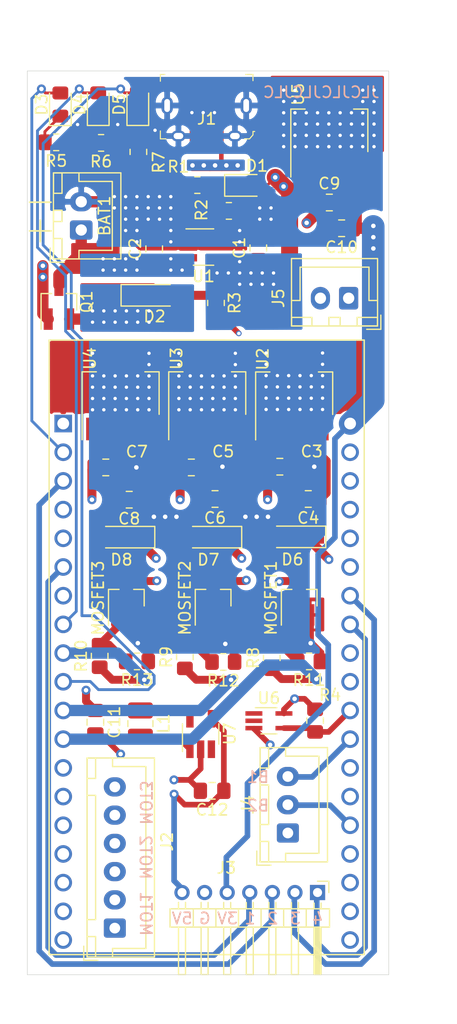
<source format=kicad_pcb>
(kicad_pcb (version 20211014) (generator pcbnew)
  (title_block (title "PCB") (date "2021-10-20") (rev "03"))
  (layers (0 "F.Cu" signal) (1 "In1.Cu" signal) (2 "In2.Cu" signal) (31 "B.Cu" signal) (34 "B.Paste" user) (35 "F.Paste" user) (36 "B.SilkS" user "B.Silkscreen") (37 "F.SilkS" user "F.Silkscreen") (38 "B.Mask" user) (39 "F.Mask" user) (44 "Edge.Cuts" user))
  (net 0 "")
  (net 1 "GND")
  (net 2 "Net-(BAT1-Pad1)")
  (net 3 "Vin")
  (net 4 "Vbat")
  (net 5 "M1_1")
  (net 6 "M2_1")
  (net 7 "M3_1")
  (net 8 "Net-(D1-Pad1)")
  (net 9 "Vout")
  (net 10 "/LED1")
  (net 11 "Net-(D3-Pad1)")
  (net 12 "/LED2")
  (net 13 "Net-(D4-Pad1)")
  (net 14 "/LED3")
  (net 15 "Net-(D5-Pad1)")
  (net 16 "M1_2")
  (net 17 "M2_2")
  (net 18 "M3_2")
  (net 19 "Net-(J1-Pad2)")
  (net 20 "Net-(J1-Pad4)")
  (net 21 "Net-(L1-Pad2)")
  (net 22 "Net-(MOSFET1-Pad1)")
  (net 23 "Net-(MOSFET2-Pad1)")
  (net 24 "Net-(MOSFET3-Pad1)")
  (net 25 "Net-(R1-Pad2)")
  (net 26 "Net-(R2-Pad1)")
  (net 27 "/Ven")
  (net 28 "/PWM1")
  (net 29 "/PWM2")
  (net 30 "/PWM3")
  (net 31 "Net-(U6-Pad2)")
  (net 32 "Net-(U6-Pad1)")
  (net 33 "Net-(U7-Pad5)")
  (net 34 "Net-(U7-Pad3)")
  (net 35 "V5v")
  (net 36 "Sens4")
  (net 37 "Sens3")
  (net 38 "Sens2")
  (net 39 "Sens1")
  (net 40 "But2")
  (net 41 "But1")
  (net 42 "V3v3")
  (footprint "Capacitor_SMD:C_0805_2012Metric_Pad1.18x1.45mm_HandSolder" (layer "F.Cu") (at 109.60862 108.25734 90)
    (fp_text reference "C1")
    (fp_text value "4.7uF")
  )
  (footprint "Capacitor_SMD:C_0805_2012Metric_Pad1.18x1.45mm_HandSolder" (layer "F.Cu") (at 100.39096 108.34116 90)
    (fp_text reference "C2")
    (fp_text value "4.7uF")
  )
  (footprint "Capacitor_SMD:C_0805_2012Metric_Pad1.18x1.45mm_HandSolder" (layer "F.Cu") (at 114.03212 130.48234 180)
    (fp_text reference "C4")
    (fp_text value "4.7uF")
  )
  (footprint "Capacitor_SMD:C_0805_2012Metric_Pad1.18x1.45mm_HandSolder" (layer "F.Cu") (at 103.68162 127.68834)
    (fp_text reference "C5")
    (fp_text value "4.7uF")
  )
  (footprint "Capacitor_SMD:C_0805_2012Metric_Pad1.18x1.45mm_HandSolder" (layer "F.Cu") (at 105.77712 130.48234 180)
    (fp_text reference "C6")
    (fp_text value "4.7uF")
  )
  (footprint "Capacitor_SMD:C_0805_2012Metric_Pad1.18x1.45mm_HandSolder" (layer "F.Cu") (at 96.10462 127.68834)
    (fp_text reference "C7")
    (fp_text value "4.7uF")
  )
  (footprint "Capacitor_SMD:C_0805_2012Metric_Pad1.18x1.45mm_HandSolder" (layer "F.Cu") (at 98.17862 130.54584 180)
    (fp_text reference "C8")
    (fp_text value "4.7uF")
  )
  (footprint "Capacitor_SMD:C_0805_2012Metric_Pad1.18x1.45mm_HandSolder" (layer "F.Cu") (at 115.89766 104.23906)
    (fp_text reference "C9")
    (fp_text value "4.7uF")
  )
  (footprint "Capacitor_SMD:C_0805_2012Metric_Pad1.18x1.45mm_HandSolder" (layer "F.Cu") (at 116.98596 106.51744 180)
    (fp_text reference "C10")
    (fp_text value "4.7uF")
  )
  (footprint "Capacitor_SMD:C_0805_2012Metric_Pad1.18x1.45mm_HandSolder" (layer "F.Cu") (at 95.18142 150.23964 -90)
    (fp_text reference "C11")
    (fp_text value "4.7uF")
  )
  (footprint "Capacitor_SMD:C_0805_2012Metric_Pad1.18x1.45mm_HandSolder" (layer "F.Cu") (at 105.51922 156.31414 180)
    (fp_text reference "C12")
    (fp_text value "22uF")
  )
  (footprint "LED_SMD:LED_0805_2012Metric_Pad1.15x1.40mm_HandSolder" (layer "F.Cu") (at 108.49102 102.72014)
    (fp_text reference "D1")
    (fp_text value "LED")
  )
  (footprint "Nexperia:Nexperia_CFP3_SOD-123W_Handsolder" (layer "F.Cu") (at 100.40874 112.45342)
    (fp_text reference "D2")
    (fp_text value "D_Schottky")
  )
  (footprint "LED_SMD:LED_0805_2012Metric_Pad1.15x1.40mm_HandSolder" (layer "F.Cu") (at 95.43542 95.55734 90)
    (fp_text reference "D4")
    (fp_text value "LED")
  )
  (footprint "LED_SMD:LED_0805_2012Metric_Pad1.15x1.40mm_HandSolder" (layer "F.Cu") (at 98.94062 95.55734 90)
    (fp_text reference "D5")
    (fp_text value "LED")
  )
  (footprint "Nexperia:Nexperia_CFP3_SOD-123W_Handsolder" (layer "F.Cu") (at 105.18902 133.86054 180)
    (fp_text reference "D7")
    (fp_text value "D")
  )
  (footprint "Nexperia:Nexperia_CFP3_SOD-123W_Handsolder" (layer "F.Cu") (at 97.49282 133.86054 180)
    (fp_text reference "D8")
    (fp_text value "D")
  )
  (footprint "digikey-footprints:USB_Micro_B_Female_10118194-0001LF_HandSolder" (layer "F.Cu") (at 105.03662 98.35134 180)
    (fp_text reference "J1")
    (fp_text value "10118194-0001LF" hide)
  )
  (footprint "Connector_JST:JST_XH_B6B-XH-A_1x06_P2.50mm_Vertical" (layer "F.Cu") (at 96.90354 168.46804 90)
    (fp_text reference "J2")
    (fp_text value "Screw_Terminal_01x06")
  )
  (footprint "Inductor_SMD:L_1008_2520Metric_Pad1.43x2.20mm_HandSolder" (layer "F.Cu") (at 99.16922 150.36464 -90)
    (fp_text reference "L1")
    (fp_text value "2.2uH")
  )
  (footprint "Package_TO_SOT_SMD:SOT-23_Handsoldering" (layer "F.Cu") (at 105.60812 139.24534 90)
    (fp_text reference "MOSFET2")
    (fp_text value "IRLML6246TRPBF")
  )
  (footprint "Package_TO_SOT_SMD:SOT-23_Handsoldering" (layer "F.Cu") (at 97.92462 139.24534 90)
    (fp_text reference "MOSFET3")
    (fp_text value "IRLML6246TRPBF")
  )
  (footprint "Resistor_SMD:R_0805_2012Metric_Pad1.20x1.40mm_HandSolder" (layer "F.Cu") (at 104.21112 102.69474 180)
    (fp_text reference "R1")
    (fp_text value "470")
  )
  (footprint "Resistor_SMD:R_0805_2012Metric_Pad1.20x1.40mm_HandSolder" (layer "F.Cu") (at 107.00182 104.98074)
    (fp_text reference "R2")
    (fp_text value "2K")
  )
  (footprint "Resistor_SMD:R_0805_2012Metric_Pad1.20x1.40mm_HandSolder" (layer "F.Cu") (at 105.86212 113.13084 -90)
    (fp_text reference "R3")
    (fp_text value "10K")
  )
  (footprint "Resistor_SMD:R_0805_2012Metric_Pad1.20x1.40mm_HandSolder" (layer "F.Cu") (at 91.71102 98.91014 180)
    (fp_text reference "R5")
    (fp_text value "470")
  )
  (footprint "Resistor_SMD:R_0805_2012Metric_Pad1.20x1.40mm_HandSolder" (layer "F.Cu") (at 95.68942 98.96094 180)
    (fp_text reference "R6")
    (fp_text value "470")
  )
  (footprint "Resistor_SMD:R_0805_2012Metric_Pad1.20x1.40mm_HandSolder" (layer "F.Cu") (at 98.99142 99.75774 90)
    (fp_text reference "R7")
    (fp_text value "470")
  )
  (footprint "Resistor_SMD:R_0805_2012Metric_Pad1.20x1.40mm_HandSolder" (layer "F.Cu") (at 110.80242 144.55394 90)
    (fp_text reference "R8")
    (fp_text value "220")
  )
  (footprint "Resistor_SMD:R_0805_2012Metric_Pad1.20x1.40mm_HandSolder" (layer "F.Cu") (at 103.10622 144.47774 90)
    (fp_text reference "R9")
    (fp_text value "220")
  )
  (footprint "Resistor_SMD:R_0805_2012Metric_Pad1.20x1.40mm_HandSolder" (layer "F.Cu") (at 95.56242 144.37614 90)
    (fp_text reference "R10")
    (fp_text value "220")
  )
  (footprint "Package_TO_SOT_SMD:SOT-223-3_TabPin2" (layer "F.Cu") (at 112.78362 121.14784 90)
    (fp_text reference "U2")
    (fp_text value "AP2114HA-3.3TRG1")
  )
  (footprint "Package_TO_SOT_SMD:SOT-223-3_TabPin2" (layer "F.Cu") (at 97.41662 121.13514 90)
    (fp_text reference "U4")
    (fp_text value "AP2114HA-3.3TRG1")
  )
  (footprint "Nexperia:Nexperia_CFP3_SOD-123W_Handsolder" (layer "F.Cu") (at 112.63122 133.83514 180)
    (fp_text reference "D6")
    (fp_text value "D")
  )
  (footprint "LED_SMD:LED_0805_2012Metric_Pad1.15x1.40mm_HandSolder" (layer "F.Cu") (at 92.08262 95.56634 90)
    (fp_text reference "D3")
    (fp_text value "LED")
  )
  (footprint "Package_TO_SOT_SMD:SOT-23-5_HandSoldering" (layer "F.Cu") (at 104.50322 151.28494 90)
    (fp_text reference "U7")
    (fp_text value "TPS613222ADBV")
  )
  (footprint "ESP32-DEVKITC-32D:MODULE_ESP32-DEVKITC-32D" (layer "F.Cu") (at 105.03662 143.56334)
    (fp_text reference "REF**" hide)
    (fp_text value "MODULE_ESP32-DEVKITC-32D" hide)
  )
  (footprint "Connector_JST:JST_XH_B2B-XH-A_1x02_P2.50mm_Vertical" (layer "F.Cu") (at 117.60708 112.70996 180)
    (fp_text reference "J5")
    (fp_text value "MiniSlideSwitch")
  )
  (footprint "Capacitor_SMD:C_0805_2012Metric_Pad1.18x1.45mm_HandSolder" (layer "F.Cu") (at 111.51362 127.62484)
    (fp_text reference "C3")
    (fp_text value "4.7uF")
  )
  (footprint "Package_TO_SOT_SMD:SOT-23_Handsoldering" (layer "F.Cu") (at 113.22812 139.24534 90)
    (fp_text reference "MOSFET1")
    (fp_text value "IRLML6246TRPBF")
  )
  (footprint "Resistor_SMD:R_0805_2012Metric_Pad1.20x1.40mm_HandSolder" (layer "F.Cu") (at 114.63782 150.10054 -90)
    (fp_text reference "R4")
    (fp_text value "470K")
  )
  (footprint "Package_TO_SOT_SMD:SOT-353_SC-70-5_Handsoldering" (layer "F.Cu") (at 110.54842 150.11654)
    (fp_text reference "U6")
    (fp_text value "LMS33460")
  )
  (footprint "Connector_PinHeader_2.00mm:PinHeader_1x07_P2.00mm_Horizontal" (layer "F.Cu") (at 114.85322 165.31844 -90)
    (fp_text reference "J3")
    (fp_text value "Screw_Terminal_01x07")
  )
  (footprint "Package_TO_SOT_SMD:SOT-23_Handsoldering" (layer "F.Cu") (at 91.95562 113.05794 90)
    (fp_text reference "Q1")
    (fp_text value "PMOS" hide)
  )
  (footprint "Connector_JST:JST_XH_B2B-XH-A_1x02_P2.50mm_Vertical" (layer "F.Cu") (at 93.9292 106.67238 90)
    (fp_text reference "BAT1")
    (fp_text value "Screw_Terminal_01x02")
  )
  (footprint "Package_TO_SOT_SMD:SOT-223-3_TabPin2" (layer "F.Cu") (at 105.08742 121.13514 90)
    (fp_text reference "U3")
    (fp_text value "AP2114HA-3.3TRG1")
  )
  (footprint "Package_TO_SOT_SMD:SOT-23-5_HandSoldering" (layer "F.Cu") (at 104.75722 108.18114)
    (fp_text reference "U1")
    (fp_text value "MCP73831T-2" hide)
  )
  (footprint "Connector_JST:JST_XH_B3B-XH-A_1x03_P2.50mm_Vertical" (layer "F.Cu") (at 112.22482 160.04794 90)
    (fp_text reference "J4")
    (fp_text value "Screw_Terminal_01x03")
  )
  (footprint "Resistor_SMD:R_0805_2012Metric_Pad1.20x1.40mm_HandSolder" (layer "F.Cu") (at 106.50982 144.90954 180)
    (fp_text reference "R12")
    (fp_text value "10K")
  )
  (footprint "Resistor_SMD:R_0805_2012Metric_Pad1.20x1.40mm_HandSolder" (layer "F.Cu") (at 98.86442 144.85874 180)
    (fp_text reference "R13")
    (fp_text value "10K")
  )
  (footprint "Resistor_SMD:R_0805_2012Metric_Pad1.20x1.40mm_HandSolder" (layer "F.Cu") (at 114.10442 144.85874 180)
    (fp_text reference "R11")
    (fp_text value "10K")
  )
  (footprint "Package_TO_SOT_SMD:SOT-223-3_TabPin2" (layer "F.Cu") (at 115.89766 97.87676 90)
    (fp_text reference "U5")
    (fp_text value "AP2114HA-3.3TRG1")
  )
  (gr_line (start 89.15662 92.59334) (end 89.15662 172.59334) (layer "Edge.Cuts") (width 0.05))
  (gr_line (start 121.15662 172.59334) (end 121.15662 92.59334) (layer "Edge.Cuts") (width 0.05))
  (gr_line (start 121.15662 92.59334) (end 89.15662 92.59334) (layer "Edge.Cuts") (width 0.05))
  (gr_line (start 89.15662 172.59334) (end 121.15662 172.59334) (layer "Edge.Cuts") (width 0.05))
  (gr_text "MOT2" (at 99.62388 162.1917 -90) (layer "B.SilkS") (effects (font (size 1 1)) (justify mirror)))
  (gr_text "MOT3" (at 99.64674 157.36316 -90) (layer "B.SilkS") (effects (font (size 1 1)) (justify mirror)))
  (gr_text "3V" (at 106.87558 167.6146) (layer "B.SilkS") (effects (font (size 1 1)) (justify mirror)))
  (gr_text "1" (at 108.86948 167.62222) (layer "B.SilkS") (effects (font (size 1 1)) (justify mirror)))
  (gr_text "2" (at 110.87354 167.62222) (layer "B.SilkS") (effects (font (size 1 1)) (justify mirror)))
  (gr_text "3" (at 112.8776 167.62222) (layer "B.SilkS") (effects (font (size 1 1)) (justify mirror)))
  (gr_text "4" (at 114.8715 167.62222) (layer "B.SilkS") (effects (font (size 1 1)) (justify mirror)))
  (gr_text "G" (at 104.87914 167.61206) (layer "B.SilkS") (effects (font (size 1 1)) (justify mirror)))
  (gr_text "B2" (at 109.57814 157.62224) (layer "B.SilkS") (effects (font (size 1 1)) (justify mirror)))
  (gr_text "JLCJLCJLCJLC" (at 115.18392 94.4753) (layer "B.SilkS") (effects (font (size 1 1)) (justify mirror)))
  (gr_text "MOT1" (at 99.64674 167.19296 270) (layer "B.SilkS") (effects (font (size 1 1)) (justify mirror)))
  (gr_text "5V" (at 102.86746 167.6146) (layer "B.SilkS") (effects (font (size 1 1)) (justify mirror)))
  (gr_text "B1" (at 109.57814 155.09748) (layer "B.SilkS") (effects (font (size 1 1)) (justify mirror)))
  (gr_text "-" (at 90.30462 104.01554) (layer "F.SilkS") (effects (font (size 2.5 2.5))))
  (gr_text "+" (at 90.30462 106.55554) (layer "F.SilkS") (effects (font (size 2.5 2.5))))
  (segment (start 103.72852 96.28124) (end 103.70312 96.25584) (width 0.25) (layer "F.Cu") (net 1))
  (segment (start 105.08742 124.28514) (end 105.08742 122.43054) (width 0.5) (layer "F.Cu") (net 1))
  (segment (start 103.73662 96.28934) (end 103.72852 96.28124) (width 0.25) (layer "F.Cu") (net 1))
  (segment (start 104.71912 130.46184) (end 104.73962 130.48234) (width 1) (layer "F.Cu") (net 1))
  (segment (start 103.73662 98.35134) (end 103.73662 96.28934) (width 0.4) (layer "F.Cu") (net 1))
  (segment (start 103.06922 155.34894) (end 102.14102 155.34894) (width 0.5) (layer "F.Cu") (net 1))
  (segment (start 115.89766 101.02676) (end 115.89766 102.47656) (width 1) (layer "F.Cu") (net 1))
  (segment (start 97.41662 127.41384) (end 97.14212 127.68834) (width 1) (layer "F.Cu") (net 1))
  (segment (start 106.55812 140.74534) (end 106.55812 143.17984) (width 0.7) (layer "F.Cu") (net 1))
  (segment (start 100.46462 99.28454) (end 98.99142 100.75774) (width 0.25) (layer "F.Cu") (net 1))
  (segment (start 97.14212 124.61084) (end 97.41662 124.33634) (width 0.5) (layer "F.Cu") (net 1))
  (segment (start 115.89766 102.47656) (end 116.93516 103.51406) (width 1) (layer "F.Cu") (net 1))
  (segment (start 100.46462 97.84334) (end 100.46462 99.28454) (width 0.25) (layer "F.Cu") (net 1))
  (segment (start 95.18142 151.27714) (end 95.18142 151.48814) (width 0.5) (layer "F.Cu") (net 1))
  (segment (start 105.03662 124.33634) (end 105.03662 127.37084) (width 0.8) (layer "F.Cu") (net 1))
  (segment (start 104.50322 152.63494) (end 104.50322 154.36224) (width 0.5) (layer "F.Cu") (net 1))
  (segment (start 104.71912 127.68834) (end 104.71912 130.46184) (width 0.8) (layer "F.Cu") (net 1))
  (segment (start 104.50322 154.36224) (end 103.51652 155.34894) (width 0.5) (layer "F.Cu") (net 1))
  (segment (start 106.43362 127.62484) (end 104.78262 127.62484) (width 0.5) (layer "F.Cu") (net 1))
  (segment (start 95.63082 151.27714) (end 97.41662 153.06294) (width 0.5) (layer "F.Cu") (net 1))
  (segment (start 114.17812 140.74534) (end 114.17812 143.17984) (width 0.7) (layer "F.Cu") (net 1))
  (segment (start 115.10442 144.85874) (end 115.10442 144.10614) (width 0.7) (layer "F.Cu") (net 1))
  (segment (start 98.87462 143.17984) (end 98.94062 143.24584) (width 0.5) (layer "F.Cu") (net 1))
  (segment (start 109.229121 150.816541) (end 109.21842 150.816541) (width 0.5) (layer "F.Cu") (net 1))
  (segment (start 93.9292 104.17238) (end 96.79876 104.17238) (width 1) (layer "F.Cu") (net 1))
  (segment (start 116.93516 104.23906) (end 116.93516 104.96406) (width 0.8) (layer "F.Cu") (net 1))
  (segment (start 110.65764 152.24506) (end 109.229121 150.816541) (width 0.5) (layer "F.Cu") (net 1))
  (segment (start 103.36912 108.19384) (end 103.36912 108.14385) (width 0.5) (layer "F.Cu") (net 1))
  (segment (start 103.51652 155.34894) (end 104.48172 156.31414) (width 0.5) (layer "F.Cu") (net 1))
  (segment (start 98.87462 140.74534) (end 98.87462 143.17984) (width 0.7) (layer "F.Cu") (net 1))
  (segment (start 112.55112 127.62484) (end 112.55112 130.03884) (width 0.7) (layer "F.Cu") (net 1))
  (segment (start 116.96056 104.26446) (end 116.93516 104.23906) (width 0.8) (layer "F.Cu") (net 1))
  (segment (start 97.41662 124.33634) (end 97.41662 127.41384) (width 0.8) (layer "F.Cu") (net 1))
  (segment (start 97.16262 98.48774) (end 96.68942 98.96094) (width 0.25) (layer "F.Cu") (net 1))
  (segment (start 105.86212 114.13084) (end 106.18572 114.13084) (width 0.5) (layer "F.Cu") (net 1))
  (segment (start 112.78362 127.39234) (end 112.55112 127.62484) (width 1) (layer "F.Cu") (net 1))
  (segment (start 99.86442 144.85874) (end 99.86442 144.16964) (width 0.7) (layer "F.Cu") (net 1))
  (segment (start 114.56162 127.62484) (end 112.55112 127.62484) (width 0.5) (layer "F.Cu") (net 1))
  (segment (start 112.55112 130.03884) (end 112.99462 130.48234) (width 0.7) (layer "F.Cu") (net 1))
  (segment (start 97.14112 130.54584) (end 97.14112 127.68934) (width 0.8) (layer "F.Cu") (net 1))
  (segment (start 104.47782 156.56424) (end 104.48172 156.56814) (width 0.5) (layer "F.Cu") (net 1))
  (segment (start 105.03662 127.37084) (end 104.71912 127.68834) (width 1) (layer "F.Cu") (net 1))
  (segment (start 116.93516 104.96406) (end 115.94846 105.95076) (width 0.8) (layer "F.Cu") (net 1))
  (segment (start 93.60662 98.01454) (end 92.71102 98.91014) (width 0.25) (layer "F.Cu") (net 1))
  (segment (start 97.41662 124.28514) (end 97.41662 122.43054) (width 0.5) (layer "F.Cu") (net 1))
  (segment (start 112.78362 130.27134) (end 112.99462 130.48234) (width 0.5) (layer "F.Cu") (net 1))
  (segment (start 104.78262 127.62484) (end 104.71912 127.68834) (width 0.5) (layer "F.Cu") (net 1))
  (segment (start 114.17812 143.17984) (end 114.24412 143.24584) (width 0.5) (layer "F.Cu") (net 1))
  (segment (start 103.73662 96.28934) (end 105.79402 96.28934) (width 0.7) (layer "F.Cu") (net 1))
  (segment (start 116.93516 103.51406) (end 116.93516 104.23906) (width 1) (layer "F.Cu") (net 1))
  (segment (start 102.14102 155.34894) (end 103.51652 155.34894) (width 0.5) (layer "F.Cu") (net 1))
  (segment (start 115.10442 144.10614) (end 114.24412 143.24584) (width 0.7) (layer "F.Cu") (net 1))
  (segment (start 107.50982 144.90954) (end 107.50982 144.13154) (width 0.7) (layer "F.Cu") (net 1))
  (segment (start 115.89766 101.02676) (end 115.89766 99.33738) (width 1) (layer "F.Cu") (net 1))
  (segment (start 97.16262 97.33534) (end 97.16262 98.48774) (width 0.25) (layer "F.Cu") (net 1))
  (segment (start 98.81362 127.68834) (end 97.14212 127.68834) (width 0.5) (layer "F.Cu") (net 1))
  (segment (start 93.60662 97.33534) (end 93.60662 98.01454) (width 0.25) (layer "F.Cu") (net 1))
  (segment (start 99.86442 144.16964) (end 98.94062 143.24584) (width 0.7) (layer "F.Cu") (net 1))
  (segment (start 112.78362 124.29784) (end 112.78362 127.39234) (width 0.8) (layer "F.Cu") (net 1))
  (segment (start 97.14112 127.68934) (end 97.14212 127.68834) (width 0.25) (layer "F.Cu") (net 1))
  (segment (start 107.50982 144.13154) (end 106.68762 143.30934) (width 0.7) (layer "F.Cu") (net 1))
  (segment (start 95.18142 151.27714) (end 95.63082 151.27714) (width 0.5) (layer "F.Cu") (net 1))
  (segment (start 115.89766 99.33738) (end 115.85422 99.29394) (width 1) (layer "F.Cu") (net 1))
  (segment (start 106.18572 114.13084) (end 107.88142 115.82654) (width 0.5) (layer "F.Cu") (net 1))
  (segment (start 106.55812 143.17984) (end 106.68762 143.30934) (width 0.5) (layer "F.Cu") (net 1))
  (segment (start 112.78362 124.29784) (end 112.78362 122.27814) (width 0.5) (layer "F.Cu") (net 1))
  (segment (start 104.50322 156.54664) (end 104.48172 156.56814) (width 0.5) (layer "F.Cu") (net 1))
  (via (at 106.43362 127.62484) (size 0.8) (drill 0.4) (layers "F.Cu" "B.Cu") (net 1))
  (via (at 110.65764 152.24506) (size 0.8) (drill 0.4) (layers "F.Cu" "B.Cu") (net 1))
  (via (at 97.86162 103.71734) (size 0.5) (drill 0.3) (layers "F.Cu" "B.Cu") (net 1))
  (via (at 96.86162 103.71734) (size 0.5) (drill 0.3) (layers "F.Cu" "B.Cu") (net 1))
  (via (at 97.86162 104.71734) (size 0.5) (drill 0.3) (layers "F.Cu" "B.Cu") (net 1))
  (via (at 96.86162 104.71734) (size 0.5) (drill 0.3) (layers "F.Cu" "B.Cu") (net 1))
  (via (at 98.86162 104.71734) (size 0.5) (drill 0.3) (layers "F.Cu" "B.Cu") (net 1))
  (via (at 99.86162 105.71734) (size 0.5) (drill 0.3) (layers "F.Cu" "B.Cu") (net 1))
  (via (at 98.86162 103.71734) (size 0.5) (drill 0.3) (layers "F.Cu" "B.Cu") (net 1))
  (via (at 100.86162 103.71734) (size 0.5) (drill 0.3) (layers "F.Cu" "B.Cu") (net 1))
  (via (at 97.86162 105.71734) (size 0.5) (drill 0.3) (layers "F.Cu" "B.Cu") (net 1))
  (via (at 99.86162 103.71734) (size 0.5) (drill 0.3) (layers "F.Cu" "B.Cu") (net 1))
  (via (at 100.86162 105.71734) (size 0.5) (drill 0.3) (layers "F.Cu" "B.Cu") (net 1))
  (via (at 100.86162 104.71734) (size 0.5) (drill 0.3) (layers "F.Cu" "B.Cu") (net 1))
  (via (at 101.86162 103.71734) (size 0.5) (drill 0.3) (layers "F.Cu" "B.Cu") (net 1))
  (via (at 101.86162 104.71734) (size 0.5) (drill 0.3) (layers "F.Cu" "B.Cu") (net 1))
  (via (at 99.86162 104.71734) (size 0.5) (drill 0.3) (layers "F.Cu" "B.Cu") (net 1))
  (via (at 101.86162 105.71734) (size 0.5) (drill 0.3) (layers "F.Cu" "B.Cu") (net 1))
  (via (at 101.86162 106.71734) (size 0.5) (drill 0.3) (layers "F.Cu" "B.Cu") (net 1))
  (via (at 101.86162 107.71734) (size 0.5) (drill 0.3) (layers "F.Cu" "B.Cu") (net 1))
  (via (at 107.95762 107.71734) (size 0.5) (drill 0.3) (layers "F.Cu" "B.Cu") (net 1))
  (via (at 107.95762 106.71734) (size 0.5) (drill 0.3) (layers "F.Cu" "B.Cu") (net 1))
  (via (at 109.73562 105.71734) (size 0.5) (drill 0.3) (layers "F.Cu" "B.Cu") (net 1))
  (via (at 110.73562 105.71734) (size 0.5) (drill 0.3) (layers "F.Cu" "B.Cu") (net 1))
  (via (at 109.73562 104.71734) (size 0.5) (drill 0.3) (layers "F.Cu" "B.Cu") (net 1))
  (via (at 110.73562 104.71734) (size 0.5) (drill 0.3) (layers "F.Cu" "B.Cu") (net 1))
  (via (at 114.29822 119.56034) (size 0.5) (drill 0.3) (layers "F.Cu" "B.Cu") (net 1))
  (via (at 113.29822 119.56034) (size 0.5) (drill 0.3) (layers "F.Cu" "B.Cu") (net 1))
  (via (at 112.29822 119.56034) (size 0.5) (drill 0.3) (layers "F.Cu" "B.Cu") (net 1))
  (via (at 111.29822 119.56034) (size 0.5) (drill 0.3) (layers "F.Cu" "B.Cu") (net 1))
  (via (at 110.29822 119.56034) (size 0.5) (drill 0.3) (layers "F.Cu" "B.Cu") (net 1))
  (via (at 115.29822 120.56034) (size 0.5) (drill 0.3) (layers "F.Cu" "B.Cu") (net 1))
  (via (at 114.29822 120.56034) (size 0.5) (drill 0.3) (layers "F.Cu" "B.Cu") (net 1))
  (via (at 113.29822 120.56034) (size 0.5) (drill 0.3) (layers "F.Cu" "B.Cu") (net 1))
  (via (at 112.29822 120.56034) (size 0.5) (drill 0.3) (layers "F.Cu" "B.Cu") (net 1))
  (via (at 111.29822 120.56034) (size 0.5) (drill 0.3) (layers "F.Cu" "B.Cu") (net 1))
  (via (at 110.29822 120.56034) (size 0.5) (drill 0.3) (layers "F.Cu" "B.Cu") (net 1))
  (via (at 115.29822 121.56034) (size 0.5) (drill 0.3) (layers "F.Cu" "B.Cu") (net 1))
  (via (at 114.29822 121.56034) (size 0.5) (drill 0.3) (layers "F.Cu" "B.Cu") (net 1))
  (via (at 113.29822 121.56034) (size 0.5) (drill 0.3) (layers "F.Cu" "B.Cu") (net 1))
  (via (at 112.29822 121.56034) (size 0.5) (drill 0.3) (layers "F.Cu" "B.Cu") (net 1))
  (via (at 111.29822 121.56034) (size 0.5) (drill 0.3) (layers "F.Cu" "B.Cu") (net 1))
  (via (at 110.29822 121.56034) (size 0.5) (drill 0.3) (layers "F.Cu" "B.Cu") (net 1))
  (via (at 115.29822 122.56034) (size 0.5) (drill 0.3) (layers "F.Cu" "B.Cu") (net 1))
  (via (at 114.29822 122.56034) (size 0.5) (drill 0.3) (layers "F.Cu" "B.Cu") (net 1))
  (via (at 113.29822 122.56034) (size 0.5) (drill 0.3) (layers "F.Cu" "B.Cu") (net 1))
  (via (at 112.29822 122.56034) (size 0.5) (drill 0.3) (layers "F.Cu" "B.Cu") (net 1))
  (via (at 111.29822 122.56034) (size 0.5) (drill 0.3) (layers "F.Cu" "B.Cu") (net 1))
  (via (at 110.29822 122.56034) (size 0.5) (drill 0.3) (layers "F.Cu" "B.Cu") (net 1))
  (via (at 99.93122 119.58574) (size 0.5) (drill 0.3) (layers "F.Cu" "B.Cu") (net 1))
  (via (at 98.93122 119.58574) (size 0.5) (drill 0.3) (layers "F.Cu" "B.Cu") (net 1))
  (via (at 97.93122 119.58574) (size 0.5) (drill 0.3) (layers "F.Cu" "B.Cu") (net 1))
  (via (at 96.93122 119.58574) (size 0.5) (drill 0.3) (layers "F.Cu" "B.Cu") (net 1))
  (via (at 95.93122 119.58574) (size 0.5) (drill 0.3) (layers "F.Cu" "B.Cu") (net 1))
  (via (at 94.93122 119.58574) (size 0.5) (drill 0.3) (layers "F.Cu" "B.Cu") (net 1))
  (via (at 99.93122 120.58574) (size 0.5) (drill 0.3) (layers "F.Cu" "B.Cu") (net 1))
  (via (at 98.93122 120.58574) (size 0.5) (drill 0.3) (layers "F.Cu" "B.Cu") (net 1))
  (via (at 97.93122 120.58574) (size 0.5) (drill 0.3) (layers "F.Cu" "B.Cu") (net 1))
  (via (at 96.93122 120.58574) (size 0.5) (drill 0.3) (layers "F.Cu" "B.Cu") (net 1))
  (via (at 95.93122 120.58574) (size 0.5) (drill 0.3) (layers "F.Cu" "B.Cu") (net 1))
  (via (at 94.93122 120.58574) (size 0.5) (drill 0.3) (layers "F.Cu" "B.Cu") (net 1))
  (via (at 99.93122 121.58574) (size 0.5) (drill 0.3) (layers "F.Cu" "B.Cu") (net 1))
  (via (at 98.93122 121.58574) (size 0.5) (drill 0.3) (layers "F.Cu" "B.Cu") (net 1))
  (via (at 97.93122 121.58574) (size 0.5) (drill 0.3) (layers "F.Cu" "B.Cu") (net 1))
  (via (at 96.93122 121.58574) (size 0.5) (drill 0.3) (layers "F.Cu" "B.Cu") (net 1))
  (via (at 95.93122 121.58574) (size 0.5) (drill 0.3) (layers "F.Cu" "B.Cu") (net 1))
  (via (at 94.93122 121.58574) (size 0.5) (drill 0.3) (layers "F.Cu" "B.Cu") (net 1))
  (via (at 99.93122 122.58574) (size 0.5) (drill 0.3) (layers "F.Cu" "B.Cu") (net 1))
  (via (at 98.93122 122.58574) (size 0.5) (drill 0.3) (layers "F.Cu" "B.Cu") (net 1))
  (via (at 97.93122 122.58574) (size 0.5) (drill 0.3) (layers "F.Cu" "B.Cu") (net 1))
  (via (at 96.93122 122.58574) (size 0.5) (drill 0.3) (layers "F.Cu" "B.Cu") (net 1))
  (via (at 95.93122 122.58574) (size 0.5) (drill 0.3) (layers "F.Cu" "B.Cu") (net 1))
  (via (at 94.93122 122.58574) (size 0.5) (drill 0.3) (layers "F.Cu" "B.Cu") (net 1))
  (via (at 104.72852 96.28124) (size 0.5) (drill 0.3) (layers "F.Cu" "B.Cu") (net 1))
  (via (at 105.72852 96.28124) (size 0.5) (drill 0.3) (layers "F.Cu" "B.Cu") (net 1))
  (via (at 112.85422 94.29394) (size 0.5) (drill 0.3) (layers "F.Cu" "B.Cu") (net 1))
  (via (at 111.85422 94.29394) (size 0.5) (drill 0.3) (layers "F.Cu" "B.Cu") (net 1))
  (via (at 112.85422 95.29394) (size 0.5) (drill 0.3) (layers "F.Cu" "B.Cu") (net 1))
  (via (at 111.85422 96.29394) (size 0.5) (drill 0.3) (layers "F.Cu" "B.Cu") (net 1))
  (via (at 111.85422 95.29394) (size 0.5) (drill 0.3) (layers "F.Cu" "B.Cu") (net 1))
  (via (at 111.85422 99.29394) (size 0.5) (drill 0.3) (layers "F.Cu" "B.Cu") (net 1))
  (via (at 118.85422 98.29394) (size 0.5) (drill 0.3) (layers "F.Cu" "B.Cu") (net 1))
  (via (at 119.85422 98.29394) (size 0.5) (drill 0.3) (layers "F.Cu" "B.Cu") (net 1))
  (via (at 118.85422 97.29394) (size 0.5) (drill 0.3) (layers "F.Cu" "B.Cu") (net 1))
  (via (at 119.85422 97.29394) (size 0.5) (drill 0.3) (layers "F.Cu" "B.Cu") (net 1))
  (via (at 118.85422 99.29394) (size 0.5) (drill 0.3) (layers "F.Cu" "B.Cu") (net 1))
  (via (at 119.85422 99.29394) (size 0.5) (drill 0.3) (layers "F.Cu" "B.Cu") (net 1))
  (via (at 112.85422 97.29394) (size 0.5) (drill 0.3) (layers "F.Cu" "B.Cu") (net 1))
  (via (at 111.85422 98.29394) (size 0.5) (drill 0.3) (layers "F.Cu" "B.Cu") (net 1))
  (via (at 111.85422 97.29394) (size 0.5) (drill 0.3) (layers "F.Cu" "B.Cu") (net 1))
  (via (at 112.85422 98.29394) (size 0.5) (drill 0.3) (layers "F.Cu" "B.Cu") (net 1))
  (via (at 119.85422 95.29394) (size 0.5) (drill 0.3) (layers "F.Cu" "B.Cu") (net 1))
  (via (at 119.85422 96.29394) (size 0.5) (drill 0.3) (layers "F.Cu" "B.Cu") (net 1))
  (via (at 118.85422 95.29394) (size 0.5) (drill 0.3) (layers "F.Cu" "B.Cu") (net 1))
  (via (at 112.85422 99.29394) (size 0.5) (drill 0.3) (layers "F.Cu" "B.Cu") (net 1))
  (via (at 118.85422 94.29394) (size 0.5) (drill 0.3) (layers "F.Cu" "B.Cu") (net 1))
  (via (at 119.85422 94.29394) (size 0.5) (drill 0.3) (layers "F.Cu" "B.Cu") (net 1))
  (via (at 117.85422 96.29394) (size 0.5) (drill 0.3) (layers "F.Cu" "B.Cu") (net 1))
  (via (at 116.85422 96.29394) (size 0.5) (drill 0.3) (layers "F.Cu" "B.Cu") (net 1))
  (via (at 115.85422 96.29394) (size 0.5) (drill 0.3) (layers "F.Cu" "B.Cu") (net 1))
  (via (at 114.85422 96.29394) (size 0.5) (drill 0.3) (layers "F.Cu" "B.Cu") (net 1))
  (via (at 113.85422 96.29394) (size 0.5) (drill 0.3) (layers "F.Cu" "B.Cu") (net 1))
  (via (at 118.85422 96.29394) (size 0.5) (drill 0.3) (layers "F.Cu" "B.Cu") (net 1))
  (via (at 115.85422 97.29394) (size 0.5) (drill 0.3) (layers "F.Cu" "B.Cu") (net 1))
  (via (at 113.85422 97.29394) (size 0.5) (drill 0.3) (layers "F.Cu" "B.Cu") (net 1))
  (via (at 114.85422 97.29394) (size 0.5) (drill 0.3) (layers "F.Cu" "B.Cu") (net 1))
  (via (at 112.85422 96.29394) (size 0.5) (drill 0.3) (layers "F.Cu" "B.Cu") (net 1))
  (via (at 117.85422 97.29394) (size 0.5) (drill 0.3) (layers "F.Cu" "B.Cu") (net 1))
  (via (at 116.85422 97.29394) (size 0.5) (drill 0.3) (layers "F.Cu" "B.Cu") (net 1))
  (via (at 116.85422 98.29394) (size 0.5) (drill 0.3) (layers "F.Cu" "B.Cu") (net 1))
  (via (at 115.85422 98.29394) (size 0.5) (drill 0.3) (layers "F.Cu" "B.Cu") (net 1))
  (via (at 114.85422 98.29394) (size 0.5) (drill 0.3) (layers "F.Cu" "B.Cu") (net 1))
  (via (at 113.85422 98.29394) (size 0.5) (drill 0.3) (layers "F.Cu" "B.Cu") (net 1))
  (via (at 117.85422 98.29394) (size 0.5) (drill 0.3) (layers "F.Cu" "B.Cu") (net 1))
  (via (at 114.85422 99.29394) (size 0.5) (drill 0.3) (layers "F.Cu" "B.Cu") (net 1))
  (via (at 113.85422 99.29394) (size 0.5) (drill 0.3) (layers "F.Cu" "B.Cu") (net 1))
  (via (at 116.85422 99.29394) (size 0.5) (drill 0.3) (layers "F.Cu" "B.Cu") (net 1))
  (via (at 115.85422 99.29394) (size 0.5) (drill 0.3) (layers "F.Cu" "B.Cu") (net 1))
  (via (at 117.85422 99.29394) (size 0.5) (drill 0.3) (layers "F.Cu" "B.Cu") (net 1))
  (via (at 102.36302 132.05714) (size 0.8) (drill 0.4) (layers "F.Cu" "B.Cu") (net 1))
  (via (at 101.36302 132.05714) (size 0.8) (drill 0.4) (layers "F.Cu" "B.Cu") (net 1))
  (via (at 100.36302 132.05714) (size 0.8) (drill 0.4) (layers "F.Cu" "B.Cu") (net 1))
  (via (at 108.46562 132.05714) (size 0.8) (drill 0.4) (layers "F.Cu" "B.Cu") (net 1))
  (via (at 110.46562 132.05714) (size 0.8) (drill 0.4) (layers "F.Cu" "B.Cu") (net 1))
  (via (at 109.46562 132.05714) (size 0.8) (drill 0.4) (layers "F.Cu" "B.Cu") (net 1))
  (via (at 107.57662 118.58574) (size 0.5) (drill 0.3) (layers "F.Cu" "B.Cu") (net 1))
  (via (at 102.57662 117.58574) (size 0.5) (drill 0.3) (layers "F.Cu" "B.Cu") (net 1))
  (via (at 102.57662 118.58574) (size 0.5) (drill 0.3) (layers "F.Cu" "B.Cu") (net 1))
  (via (at 107.57662 117.58574) (size 0.5) (drill 0.3) (layers "F.Cu" "B.Cu") (net 1))
  (via (at 106.57662 119.58574) (size 0.5) (drill 0.3) (layers "F.Cu" "B.Cu") (net 1))
  (via (at 105.57662 119.58574) (size 0.5) (drill 0.3) (layers "F.Cu" "B.Cu") (net 1))
  (via (at 104.57662 119.58574) (size 0.5) (drill 0.3) (layers "F.Cu" "B.Cu") (net 1))
  (via (at 107.57662 119.58574) (size 0.5) (drill 0.3) (layers "F.Cu" "B.Cu") (net 1))
  (via (at 105.57662 120.58574) (size 0.5) (drill 0.3) (layers "F.Cu" "B.Cu") (net 1))
  (via (at 103.57662 120.58574) (size 0.5) (drill 0.3) (layers "F.Cu" "B.Cu") (net 1))
  (via (at 102.57662 120.58574) (size 0.5) (drill 0.3) (layers "F.Cu" "B.Cu") (net 1))
  (via (at 104.57662 120.58574) (size 0.5) (drill 0.3) (layers "F.Cu" "B.Cu") (net 1))
  (via (at 103.57662 119.58574) (size 0.5) (drill 0.3) (layers "F.Cu" "B.Cu") (net 1))
  (via (at 107.57662 120.58574) (size 0.5) (drill 0.3) (layers "F.Cu" "B.Cu") (net 1))
  (via (at 106.57662 120.58574) (size 0.5) (drill 0.3) (layers "F.Cu" "B.Cu") (net 1))
  (via (at 107.57662 121.58574) (size 0.5) (drill 0.3) (layers "F.Cu" "B.Cu") (net 1))
  (via (at 106.57662 121.58574) (size 0.5) (drill 0.3) (layers "F.Cu" "B.Cu") (net 1))
  (via (at 105.57662 121.58574) (size 0.5) (drill 0.3) (layers "F.Cu" "B.Cu") (net 1))
  (via (at 102.57662 119.58574) (size 0.5) (drill 0.3) (layers "F.Cu" "B.Cu") (net 1))
  (via (at 107.57662 122.58574) (size 0.5) (drill 0.3) (layers "F.Cu" "B.Cu") (net 1))
  (via (at 106.57662 122.58574) (size 0.5) (drill 0.3) (layers "F.Cu" "B.Cu") (net 1))
  (via (at 105.57662 122.58574) (size 0.5) (drill 0.3) (layers "F.Cu" "B.Cu") (net 1))
  (via (at 104.57662 122.58574) (size 0.5) (drill 0.3) (layers "F.Cu" "B.Cu") (net 1))
  (via (at 103.57662 122.58574) (size 0.5) (drill 0.3) (layers "F.Cu" "B.Cu") (net 1))
  (via (at 102.57662 122.58574) (size 0.5) (drill 0.3) (layers "F.Cu" "B.Cu") (net 1))
  (via (at 103.57662 121.58574) (size 0.5) (drill 0.3) (layers "F.Cu" "B.Cu") (net 1))
  (via (at 102.57662 121.58574) (size 0.5) (drill 0.3) (layers "F.Cu" "B.Cu") (net 1))
  (via (at 104.57662 121.58574) (size 0.5) (drill 0.3) (layers "F.Cu" "B.Cu") (net 1))
  (via (at 115.29822 118.56034) (size 0.5) (drill 0.3) (layers "F.Cu" "B.Cu") (net 1))
  (via (at 115.29822 117.56034) (size 0.5) (drill 0.3) (layers "F.Cu" "B.Cu") (net 1))
  (via (at 110.29822 118.56034) (size 0.5) (drill 0.3) (layers "F.Cu" "B.Cu") (net 1))
  (via (at 110.29822 117.56034) (size 0.5) (drill 0.3) (layers "F.Cu" "B.Cu") (net 1))
  (via (at 99.93122 118.58574) (size 0.5) (drill 0.3) (layers "F.Cu" "B.Cu") (net 1))
  (via (at 99.93122 117.58574) (size 0.5) (drill 0.3) (layers "F.Cu" "B.Cu") (net 1))
  (via (at 94.93122 118.58574) (size 0.5) (drill 0.3) (layers "F.Cu" "B.Cu") (net 1))
  (via (at 94.93122 117.58574) (size 0.5) (drill 0.3) (layers "F.Cu" "B.Cu") (net 1))
  (via (at 98.86162 105.71734) (size 0.5) (drill 0.3) (layers "F.Cu" "B.Cu") (net 1))
  (via (at 97.86162 106.71734) (size 0.5) (drill 0.3) (layers "F.Cu" "B.Cu") (net 1))
  (via (at 98.86162 106.71734) (size 0.5) (drill 0.3) (layers "F.Cu" "B.Cu") (net 1))
  (via (at 98.86162 107.71734) (size 0.5) (drill 0.3) (layers "F.Cu" "B.Cu") (net 1))
  (via (at 114.56162 127.62484) (size 0.8) (drill 0.4) (layers "F.Cu" "B.Cu") (net 1))
  (via (at 93.60662 97.33534) (size 0.5) (drill 0.3) (layers "F.Cu" "B.Cu") (net 1))
  (via (at 98.81362 127.68834) (size 0.8) (drill 0.4) (layers "F.Cu" "B.Cu") (net 1))
  (via (at 98.94062 143.24584) (size 0.8) (drill 0.4) (layers "F.Cu" "B.Cu") (net 1))
  (via (at 103.72852 96.28124) (size 0.5) (drill 0.3) (layers "F.Cu" "B.Cu") (net 1))
  (via (at 114.24412 143.24584) (size 0.8) (drill 0.4) (layers "F.Cu" "B.Cu") (net 1))
  (via (at 100.46462 97.84334) (size 0.5) (drill 0.3) (layers "F.Cu" "B.Cu") (net 1))
  (via (at 115.29822 119.56034) (size 0.5) (drill 0.3) (layers "F.Cu" "B.Cu") (net 1))
  (via (at 107.88142 115.82654) (size 0.5) (drill 0.3) (layers "F.Cu" "B.Cu") (net 1))
  (via (at 97.16262 97.33534) (size 0.5) (drill 0.3) (layers "F.Cu" "B.Cu") (net 1))
  (via (at 97.41662 153.06294) (size 0.8) (drill 0.4) (layers "F.Cu" "B.Cu") (net 1))
  (via (at 102.14102 155.34894) (size 0.8) (drill 0.4) (layers "F.Cu" "B.Cu") (net 1))
  (via (at 106.68762 143.30934) (size 0.8) (drill 0.4) (layers "F.Cu" "B.Cu") (net 1))
  (segment (start 91.95562 111.55794) (end 91.95562 110.64494) (width 1) (layer "F.Cu") (net 2))
  (segment (start 91.95562 110.64494) (end 93.9292 108.67136) (width 1) (layer "F.Cu") (net 2))
  (segment (start 93.9292 106.67238) (end 93.9292 108.61802) (width 1) (layer "F.Cu") (net 2))
  (segment (start 93.9292 108.67136) (end 93.9292 108.61802) (width 1) (layer "F.Cu") (net 2))
  (via (at 101.86162 109.22254) (size 0.5) (drill 0.3) (layers "F.Cu" "B.Cu") (net 2))
  (via (at 101.86162 110.22254) (size 0.5) (drill 0.3) (layers "F.Cu" "B.Cu") (net 2))
  (via (at 102.86162 110.22254) (size 0.5) (drill 0.3) (layers "F.Cu" "B.Cu") (net 2))
  (via (at 98.86442 109.22254) (size 0.5) (drill 0.3) (layers "F.Cu" "B.Cu") (net 2))
  (via (at 97.86442 109.22254) (size 0.5) (drill 0.3) (layers "F.Cu" "B.Cu") (net 2))
  (via (at 96.86442 109.22254) (size 0.5) (drill 0.3) (layers "F.Cu" "B.Cu") (net 2))
  (via (at 95.86442 109.22254) (size 0.5) (drill 0.3) (layers "F.Cu" "B.Cu") (net 2))
  (via (at 98.86442 110.22254) (size 0.5) (drill 0.3) (layers "F.Cu" "B.Cu") (net 2))
  (via (at 97.86442 110.22254) (size 0.5) (drill 0.3) (layers "F.Cu" "B.Cu") (net 2))
  (via (at 96.86442 110.22254) (size 0.5) (drill 0.3) (layers "F.Cu" "B.Cu") (net 2))
  (via (at 95.86442 110.22254) (size 0.5) (drill 0.3) (layers "F.Cu" "B.Cu") (net 2))
  (segment (start 105.53954 112.45342) (end 105.86212 112.13084) (width 0.8) (layer "F.Cu") (net 3))
  (segment (start 106.37012 100.95484) (end 107.9119 100.95484) (width 1) (layer "F.Cu") (net 3))
  (segment (start 90.53322 114.08554) (end 91.00562 114.55794) (width 1) (layer "F.Cu") (net 3))
  (segment (start 106.33662 99.36734) (end 106.33662 100.92134) (width 0.4) (layer "F.Cu") (net 3))
  (segment (start 90.53322 109.83798) (end 90.53322 110.83798) (width 1) (layer "F.Cu") (net 3))
  (segment (start 112.380979 109.117181) (end 112.380979 103.282699) (width 1.5) (layer "F.Cu") (net 3))
  (segment (start 111.28502 101.83114) (end 111.10722 102.00894) (width 0.25) (layer "F.Cu") (net 3))
  (segment (start 90.53322 110.83798) (end 90.53322 114.08554) (width 1) (layer "F.Cu") (net 3))
  (segment (start 102.20874 112.45342) (end 105.53954 112.45342) (width 0.8) (layer "F.Cu") (net 3))
  (segment (start 106.37012 100.95484) (end 105.3211 100.95484) (width 1) (layer "F.Cu") (net 3))
  (segment (start 112.380979 103.282699) (end 111.10722 102.00894) (width 1.5) (layer "F.Cu") (net 3))
  (segment (start 109.51602 102.72014) (end 110.39602 102.72014) (width 0.25) (layer "F.Cu") (net 3))
  (segment (start 111.36122 110.13694) (end 112.380979 109.117181) (width 1.5) (layer "F.Cu") (net 3))
  (segment (start 110.39602 102.72014) (end 111.10722 102.00894) (width 0.25) (layer "F.Cu") (net 3))
  (segment (start 105.3211 100.95484) (end 103.78186 100.95484) (width 1) (layer "F.Cu") (net 3))
  (via (at 104.78186 100.95484) (size 0.8) (drill 0.4) (layers "F.Cu" "B.Cu") (net 3))
  (via (at 105.78186 100.95484) (size 0.8) (drill 0.4) (layers "F.Cu" "B.Cu") (net 3))
  (via (at 106.78186 100.95484) (size 0.8) (drill 0.4) (layers "F.Cu" "B.Cu") (net 3))
  (via (at 107.78186 100.95484) (size 0.8) (drill 0.4) (layers "F.Cu" "B.Cu") (net 3))
  (via (at 90.53322 109.83798) (size 0.8) (drill 0.4) (layers "F.Cu" "B.Cu") (net 3))
  (via (at 107.95762 109.47654) (size 0.5) (drill 0.3) (layers "F.Cu" "B.Cu") (net 3))
  (via (at 107.95762 110.47654) (size 0.5) (drill 0.3) (layers "F.Cu" "B.Cu") (net 3))
  (via (at 106.95762 110.47654) (size 0.5) (drill 0.3) (layers "F.Cu" "B.Cu") (net 3))
  (via (at 108.95762 110.47654) (size 0.5) (drill 0.3) (layers "F.Cu" "B.Cu") (net 3))
  (via (at 109.95762 110.47654) (size 0.5) (drill 0.3) (layers "F.Cu" "B.Cu") (net 3))
  (via (at 107.95762 111.47654) (size 0.5) (drill 0.3) (layers "F.Cu" "B.Cu") (net 3))
  (via (at 108.95762 111.47654) (size 0.5) (drill 0.3) (layers "F.Cu" "B.Cu") (net 3))
  (via (at 105.95762 110.47654) (size 0.5) (drill 0.3) (layers "F.Cu" "B.Cu") (net 3))
  (via (at 111.84382 102.82174) (size 0.8) (drill 0.4) (layers "F.Cu" "B.Cu") (net 3))
  (via (at 110.95762 110.47654) (size 0.5) (drill 0.3) (layers "F.Cu" "B.Cu") (net 3))
  (via (at 109.95762 111.47654) (size 0.5) (drill 0.3) (layers "F.Cu" "B.Cu") (net 3))
  (via (at 110.95762 111.47654) (size 0.5) (drill 0.3) (layers "F.Cu" "B.Cu") (net 3))
  (via (at 111.10722 102.00894) (size 0.8) (drill 0.4) (layers "F.Cu" "B.Cu") (net 3))
  (via (at 103.78186 100.95484) (size 0.8) (drill 0.4) (layers "F.Cu" "B.Cu") (net 3))
  (via (at 90.53322 110.83798) (size 0.8) (drill 0.4) (layers "F.Cu" "B.Cu") (net 3))
  (segment (start 94.35592 147.4089) (end 94.35592 148.37664) (width 0.7) (layer "F.Cu") (net 4))
  (segment (start 102.73662 127.59584) (end 102.64412 127.68834) (width 0.8) (layer "F.Cu") (net 4))
  (segment (start 111.87842 149.46654) (end 111.87842 149.1142) (width 0.5) (layer "F.Cu") (net 4))
  (segment (start 110.43412 130.54584) (end 110.43412 127.66684) (width 0.8) (layer "F.Cu") (net 4))
  (segment (start 113.59766 101.02676) (end 113.59766 102.25156) (width 1) (layer "F.Cu") (net 4))
  (segment (start 114.86016 104.23906) (end 114.86016 105.108209) (width 1) (layer "F.Cu") (net 4))
  (segment (start 110.47612 124.30534) (end 110.48362 124.29784) (width 0.8) (layer "F.Cu") (net 4))
  (segment (start 112.82172 148.1709) (end 113.70818 148.1709) (width 0.5) (layer "F.Cu") (net 4))
  (segment (start 110.47612 127.62484) (end 110.47612 124.30534) (width 0.8) (layer "F.Cu") (net 4))
  (segment (start 114.86016 105.108209) (end 113.930989 106.03738) (width 1) (layer "F.Cu") (net 4))
  (segment (start 95.06712 124.38584) (end 95.11662 124.33634) (width 0.8) (layer "F.Cu") (net 4))
  (segment (start 102.73662 124.33634) (end 102.73662 127.59584) (width 0.8) (layer "F.Cu") (net 4))
  (segment (start 102.68712 130.54584) (end 102.68712 127.73134) (width 0.8) (layer "F.Cu") (net 4))
  (segment (start 95.06712 127.68834) (end 95.06712 124.38584) (width 0.8) (layer "F.Cu") (net 4))
  (segment (start 113.59766 102.25156) (end 114.86016 103.51406) (width 1) (layer "F.Cu") (net 4))
  (segment (start 113.70818 148.1709) (end 114.63782 149.10054) (width 0.5) (layer "F.Cu") (net 4))
  (segment (start 114.86016 103.51406) (end 114.86016 104.23906) (width 1) (layer "F.Cu") (net 4))
  (segment (start 94.87662 127.87884) (end 95.06712 127.68834) (width 0.8) (layer "F.Cu") (net 4))
  (segment (start 102.68712 127.73134) (end 102.64412 127.68834) (width 0.8) (layer "F.Cu") (net 4))
  (segment (start 94.87662 130.54584) (end 94.87662 127.87884) (width 0.8) (layer "F.Cu") (net 4))
  (segment (start 110.43412 127.66684) (end 110.47612 127.62484) (width 0.8) (layer "F.Cu") (net 4))
  (segment (start 94.35592 148.37664) (end 95.18142 149.20214) (width 0.7) (layer "F.Cu") (net 4))
  (segment (start 95.18142 149.20214) (end 98.83902 149.20214) (width 0.7) (layer "F.Cu") (net 4))
  (segment (start 111.87842 149.1142) (end 112.82172 148.1709) (width 0.5) (layer "F.Cu") (net 4))
  (via (at 112.82172 148.1709) (size 0.8) (drill 0.4) (layers "F.Cu" "B.Cu") (net 4))
  (via (at 113.88852 106.03738) (size 0.8) (drill 0.4) (layers "F.Cu" "B.Cu") (net 4))
  (via (at 102.68712 130.54584) (size 0.8) (drill 0.4) (layers "F.Cu" "B.Cu") (net 4))
  (via (at 94.87662 130.54584) (size 0.8) (drill 0.4) (layers "F.Cu" "B.Cu") (net 4))
  (via (at 110.43412 130.54584) (size 0.8) (drill 0.4) (layers "F.Cu" "B.Cu") (net 4))
  (via (at 94.35592 147.4089) (size 0.8) (drill 0.4) (layers "F.Cu" "B.Cu") (net 4))
  (segment (start 114.56462 133.84784) (end 114.56462 134.54934) (width 0.8) (layer "F.Cu") (net 5))
  (segment (start 114.56462 134.54934) (end 115.85702 135.84174) (width 0.8) (layer "F.Cu") (net 5))
  (segment (start 115.08362 126.592838) (end 115.611621 127.120839) (width 0.8) (layer "F.Cu") (net 5))
  (segment (start 115.06962 130.48234) (end 115.06962 133.34284) (width 0.8) (layer "F.Cu") (net 5))
  (segment (start 115.06962 133.34284) (end 114.56462 133.84784) (width 0.8) (layer "F.Cu") (net 5))
  (segment (start 115.611621 127.120839) (end 115.611621 129.940339) (width 0.8) (layer "F.Cu") (net 5))
  (segment (start 115.08362 124.29784) (end 115.08362 126.592838) (width 0.8) (layer "F.Cu") (net 5))
  (segment (start 115.611621 129.940339) (end 115.06962 130.48234) (width 0.8) (layer "F.Cu") (net 5))
  (via (at 115.85702 135.84174) (size 0.8) (drill 0.4) (layers "F.Cu" "B.Cu") (net 5))
  (segment (start 106.94462 133.84784) (end 106.94462 134.54934) (width 0.8) (layer "F.Cu") (net 6))
  (segment (start 107.38742 124.28514) (end 107.38742 127.024638) (width 0.8) (layer "F.Cu") (net 6))
  (segment (start 107.483621 129.813339) (end 106.81462 130.48234) (width 0.8) (layer "F.Cu") (net 6))
  (segment (start 106.81462 130.48234) (end 106.81462 133.71784) (width 0.8) (layer "F.Cu") (net 6))
  (segment (start 107.483621 127.120839) (end 107.483621 129.813339) (width 0.8) (layer "F.Cu") (net 6))
  (segment (start 106.81462 133.71784) (end 106.94462 133.84784) (width 0.7) (layer "F.Cu") (net 6))
  (segment (start 106.94462 134.54934) (end 108.13542 135.74014) (width 0.8) (layer "F.Cu") (net 6))
  (segment (start 107.33662 124.33634) (end 107.383621 124.383341) (width 0.7) (layer "F.Cu") (net 6))
  (segment (start 107.38742 127.024638) (end 107.483621 127.120839) (width 0.8) (layer "F.Cu") (net 6))
  (via (at 108.13542 135.74014) (size 0.8) (drill 0.4) (layers "F.Cu" "B.Cu") (net 6))
  (segment (start 99.21612 133.80284) (end 99.26112 133.84784) (width 0.5) (layer "F.Cu") (net 7))
  (segment (start 99.26112 133.84784) (end 99.26112 134.43504) (width 0.8) (layer "F.Cu") (net 7))
  (segment (start 99.863621 129.898339) (end 99.21612 130.54584) (width 0.8) (layer "F.Cu") (net 7))
  (segment (start 99.863621 127.184339) (end 99.863621 129.898339) (width 0.8) (layer "F.Cu") (net 7))
  (segment (start 99.26112 134.43504) (end 100.56622 135.74014) (width 0.8) (layer "F.Cu") (net 7))
  (segment (start 99.71662 127.037338) (end 99.863621 127.184339) (width 0.8) (layer "F.Cu") (net 7))
  (segment (start 99.71662 124.28514) (end 99.71662 127.037338) (width 0.8) (layer "F.Cu") (net 7))
  (segment (start 99.21612 130.54584) (end 99.21612 133.80284) (width 0.8) (layer "F.Cu") (net 7))
  (via (at 100.56622 135.74014) (size 0.8) (drill 0.4) (layers "F.Cu" "B.Cu") (net 7))
  (segment (start 105.35082 102.69474) (end 107.44062 102.69474) (width 0.25) (layer "F.Cu") (net 8))
  (segment (start 107.44062 102.69474) (end 107.46602 102.72014) (width 0.25) (layer "F.Cu") (net 8))
  (segment (start 92.90562 114.55794) (end 93.98622 114.55794) (width 1) (layer "F.Cu") (net 9))
  (via (at 95.93092 113.83264) (size 0.5) (drill 0.3) (layers "F.Cu" "B.Cu") (net 9))
  (via (at 96.93092 113.83264) (size 0.5) (drill 0.3) (layers "F.Cu" "B.Cu") (net 9))
  (via (at 97.93092 113.83264) (size 0.5) (drill 0.3) (layers "F.Cu" "B.Cu") (net 9))
  (via (at 98.93092 113.83264) (size 0.5) (drill 0.3) (layers "F.Cu" "B.Cu") (net 9))
  (via (at 94.93092 114.83264) (size 0.5) (drill 0.3) (layers "F.Cu" "B.Cu") (net 9))
  (via (at 95.93092 114.83264) (size 0.5) (drill 0.3) (layers "F.Cu" "B.Cu") (net 9))
  (via (at 96.93092 114.83264) (size 0.5) (drill 0.3) (layers "F.Cu" "B.Cu") (net 9))
  (via (at 97.93092 114.83264) (size 0.5) (drill 0.3) (layers "F.Cu" "B.Cu") (net 9))
  (via (at 99.93092 113.83264) (size 0.5) (drill 0.3) (layers "F.Cu" "B.Cu") (net 9))
  (via (at 98.93092 114.83264) (size 0.5) (drill 0.3) (layers "F.Cu" "B.Cu") (net 9))
  (via (at 99.93092 114.83264) (size 0.5) (drill 0.3) (layers "F.Cu" "B.Cu") (net 9))
  (via (at 94.93092 113.83264) (size 0.5) (drill 0.3) (layers "F.Cu" "B.Cu") (net 9))
  (segment (start 90.76182 94.54134) (end 90.40622 94.18574) (width 0.25) (layer "F.Cu") (net 10))
  (segment (start 92.08262 94.54134) (end 90.76182 94.54134) (width 0.25) (layer "F.Cu") (net 10))
  (via (at 90.40622 94.18574) (size 0.8) (drill 0.4) (layers "F.Cu" "B.Cu") (net 10))
  (segment (start 89.55663 123.56335) (end 92.33662 126.34334) (width 0.25) (layer "B.Cu") (net 10))
  (segment (start 90.40622 94.18574) (end 89.55663 95.03533) (width 0.25) (layer "B.Cu") (net 10))
  (segment (start 89.55663 95.03533) (end 89.55663 123.56335) (width 0.25) (layer "B.Cu") (net 10))
  (segment (start 90.71102 97.96294) (end 92.08262 96.59134) (width 0.25) (layer "F.Cu") (net 11))
  (segment (start 90.71102 98.91014) (end 90.71102 97.96294) (width 0.25) (layer "F.Cu") (net 11))
  (segment (start 94.10562 94.53234) (end 93.75902 94.18574) (width 0.25) (layer "F.Cu") (net 12))
  (segment (start 95.43542 94.53234) (end 94.10562 94.53234) (width 0.25) (layer "F.Cu") (net 12))
  (via (at 93.75902 94.18574) (size 0.8) (drill 0.4) (layers "F.Cu" "B.Cu") (net 12))
  (segment (start 93.49162 140.42834) (end 92.33662 141.58334) (width 0.25) (layer "B.Cu") (net 12))
  (segment (start 93.75902 94.18574) (end 90.05664 97.88812) (width 0.25) (layer "B.Cu") (net 12))
  (segment (start 92.54781 115.627252) (end 93.49162 116.571062) (width 0.25) (layer "B.Cu") (net 12))
  (segment (start 93.49162 116.571062) (end 93.49162 140.42834) (width 0.25) (layer "B.Cu") (net 12))
  (segment (start 90.05664 97.88812) (end 90.05664 108.214398) (width 0.25) (layer "B.Cu") (net 12))
  (segment (start 90.05664 108.214398) (end 92.547809 110.705567) (width 0.25) (layer "B.Cu") (net 12))
  (segment (start 92.547809 110.705567) (end 92.54781 115.627252) (width 0.25) (layer "B.Cu") (net 12))
  (segment (start 94.68942 98.96094) (end 94.68942 97.32834) (width 0.25) (layer "F.Cu") (net 13))
  (segment (start 94.68942 97.32834) (end 95.43542 96.58234) (width 0.25) (layer "F.Cu") (net 13))
  (segment (start 98.94062 94.53234) (end 97.76322 94.53234) (width 0.25) (layer "F.Cu") (net 14))
  (segment (start 97.76322 94.53234) (end 97.41662 94.18574) (width 0.25) (layer "F.Cu") (net 14))
  (via (at 97.41662 94.18574) (size 0.8) (drill 0.4) (layers "F.Cu" "B.Cu") (net 14))
  (segment (start 93.04782 115.42014) (end 93.991631 116.363951) (width 0.25) (layer "B.Cu") (net 14))
  (segment (start 95.081359 140.816129) (end 100.387129 146.121899) (width 0.25) (layer "B.Cu") (net 14))
  (segment (start 93.991631 116.363951) (end 93.991631 140.816129) (width 0.25) (layer "B.Cu") (net 14))
  (segment (start 100.387129 146.121899) (end 100.387129 146.846781) (width 0.25) (layer "B.Cu") (net 14))
  (segment (start 100.387129 146.846781) (end 99.874561 147.359349) (width 0.25) (layer "B.Cu") (net 14))
  (segment (start 95.38462 94.18574) (end 90.55665 99.01371) (width 0.25) (layer "B.Cu") (net 14))
  (segment (start 94.727921 146.633899) (end 92.366061 146.633899) (width 0.25) (layer "B.Cu") (net 14))
  (segment (start 95.453371 147.359349) (end 94.727921 146.633899) (width 0.25) (layer "B.Cu") (net 14))
  (segment (start 92.366061 146.633899) (end 92.33662 146.66334) (width 0.25) (layer "B.Cu") (net 14))
  (segment (start 99.874561 147.359349) (end 95.453371 147.359349) (width 0.25) (layer "B.Cu") (net 14))
  (segment (start 90.55665 108.007288) (end 93.04782 110.498458) (width 0.25) (layer "B.Cu") (net 14))
  (segment (start 90.55665 99.01371) (end 90.55665 108.007288) (width 0.25) (layer "B.Cu") (net 14))
  (segment (start 93.991631 140.816129) (end 95.081359 140.816129) (width 0.25) (layer "B.Cu") (net 14))
  (segment (start 97.41662 94.18574) (end 95.38462 94.18574) (width 0.25) (layer "B.Cu") (net 14))
  (segment (start 93.04782 110.498458) (end 93.04782 115.42014) (width 0.25) (layer "B.Cu") (net 14))
  (segment (start 98.94062 98.70694) (end 98.99142 98.75774) (width 0.25) (layer "F.Cu") (net 15))
  (segment (start 98.99142 96.79454) (end 98.94062 96.74374) (width 0.5) (layer "F.Cu") (net 15))
  (segment (start 98.94062 96.58234) (end 98.94062 98.70694) (width 0.25) (layer "F.Cu") (net 15))
  (segment (start 113.22812 136.23204) (end 110.83122 133.83514) (width 0.7) (layer "F.Cu") (net 16))
  (segment (start 113.22812 137.74534) (end 113.22812 136.23204) (width 0.7) (layer "F.Cu") (net 16))
  (segment (start 111.51502 137.74534) (end 111.4679 137.79246) (width 0.5) (layer "F.Cu") (net 16))
  (segment (start 113.22812 137.74534) (end 111.51502 137.74534) (width 0.7) (layer "F.Cu") (net 16))
  (via (at 111.4679 137.79246) (size 0.8) (drill 0.4) (layers "F.Cu" "B.Cu") (net 16))
  (segment (start 105.60812 136.07964) (end 103.38902 133.86054) (width 0.7) (layer "F.Cu") (net 17))
  (segment (start 105.60812 137.74534) (end 108.46702 137.74534) (width 0.7) (layer "F.Cu") (net 17))
  (segment (start 108.46702 137.74534) (end 108.54182 137.67054) (width 0.5) (layer "F.Cu") (net 17))
  (segment (start 105.60812 137.74534) (end 105.60812 136.07964) (width 0.7) (layer "F.Cu") (net 17))
  (via (at 108.54182 137.67054) (size 0.8) (drill 0.4) (layers "F.Cu" "B.Cu") (net 17))
  (segment (start 97.92462 137.74534) (end 97.92462 136.09234) (width 0.7) (layer "F.Cu") (net 18))
  (segment (start 97.92462 136.09234) (end 95.69282 133.86054) (width 0.7) (layer "F.Cu") (net 18))
  (segment (start 100.59302 137.74534) (end 100.61702 137.72134) (width 0.5) (layer "F.Cu") (net 18))
  (segment (start 97.92462 137.74534) (end 100.59302 137.74534) (width 0.7) (layer "F.Cu") (net 18))
  (via (at 100.61702 137.72134) (size 0.8) (drill 0.4) (layers "F.Cu" "B.Cu") (net 18))
  (segment (start 105.68662 99.41814) (end 105.03662 99.41814) (width 0.4) (layer "F.Cu") (net 19))
  (segment (start 102.44542 151.52714) (end 103.55322 152.63494) (width 0.5) (layer "F.Cu") (net 21))
  (segment (start 99.27662 151.41974) (end 99.16922 151.52714) (width 0.5) (layer "F.Cu") (net 21))
  (segment (start 99.16922 151.52714) (end 102.44542 151.52714) (width 0.5) (layer "F.Cu") (net 21))
  (segment (start 111.79962 143.55394) (end 110.80242 143.55394) (width 0.7) (layer "F.Cu") (net 22))
  (segment (start 112.27812 140.74534) (end 112.27812 142.07824) (width 0.7) (layer "F.Cu") (net 22))
  (segment (start 113.10442 144.85874) (end 111.79962 143.55394) (width 0.7) (layer "F.Cu") (net 22))
  (segment (start 112.27812 142.07824) (end 110.80242 143.55394) (width 0.7) (layer "F.Cu") (net 22))
  (segment (start 104.07802 143.47774) (end 105.50982 144.90954) (width 0.7) (layer "F.Cu") (net 23))
  (segment (start 104.65812 141.92584) (end 103.10622 143.47774) (width 0.7) (layer "F.Cu") (net 23))
  (segment (start 103.10622 143.47774) (end 104.07802 143.47774) (width 0.7) (layer "F.Cu") (net 23))
  (segment (start 104.65812 140.74534) (end 104.65812 141.92584) (width 0.7) (layer "F.Cu") (net 23))
  (segment (start 96.97462 140.74534) (end 96.97462 141.96394) (width 0.7) (layer "F.Cu") (net 24))
  (segment (start 95.56242 143.37614) (end 96.38182 143.37614) (width 0.7) (layer "F.Cu") (net 24))
  (segment (start 96.38182 143.37614) (end 97.86442 144.85874) (width 0.7) (layer "F.Cu") (net 24))
  (segment (start 96.97462 141.96394) (end 95.56242 143.37614) (width 0.7) (layer "F.Cu") (net 24))
  (segment (start 103.35082 102.69474) (end 103.35082 107.22554) (width 0.25) (layer "F.Cu") (net 25))
  (segment (start 103.35082 107.22554) (end 103.36912 107.24384) (width 0.25) (layer "F.Cu") (net 25))
  (segment (start 106.06912 107.24384) (end 106.06912 105.1809) (width 0.25) (layer "F.Cu") (net 26))
  (segment (start 106.06912 105.1809) (end 106.27182 104.9782) (width 0.25) (layer "F.Cu") (net 26))
  (segment (start 114.40414 151.11832) (end 114.39144 151.10562) (width 0.5) (layer "F.Cu") (net 27))
  (segment (start 114.30382 150.76654) (end 114.63782 151.10054) (width 0.5) (layer "F.Cu") (net 27))
  (segment (start 111.87842 150.76654) (end 114.30382 150.76654) (width 0.5) (layer "F.Cu") (net 27))
  (segment (start 114.63782 151.10054) (end 115.83942 151.10054) (width 0.5) (layer "F.Cu") (net 27))
  (segment (start 115.83942 151.10054) (end 117.73662 149.20334) (width 0.5) (layer "F.Cu") (net 27))
  (segment (start 111.66932 146.42084) (end 114.75212 146.42084) (width 0.7) (layer "F.Cu") (net 28))
  (segment (start 110.80242 145.55394) (end 111.66932 146.42084) (width 0.7) (layer "F.Cu") (net 28))
  (via (at 114.75212 146.42084) (size 0.8) (drill 0.4) (layers "F.Cu" "B.Cu") (net 28))
  (segment (start 114.75212 146.42084) (end 113.515612 145.184332) (width 1) (layer "B.Cu") (net 28))
  (segment (start 110.334118 145.184332) (end 103.77511 151.74334) (width 1) (layer "B.Cu") (net 28))
  (segment (start 103.77511 151.74334) (end 92.33662 151.74334) (width 1) (layer "B.Cu") (net 28))
  (segment (start 113.515612 145.184332) (end 110.334118 145.184332) (width 1) (layer "B.Cu") (net 28))
  (segment (start 104.11282 146.48434) (end 103.10622 145.47774) (width 0.7) (layer "F.Cu") (net 29))
  (segment (start 107.19562 146.48434) (end 104.11282 146.48434) (width 0.7) (layer "F.Cu") (net 29))
  (via (at 107.19562 146.48434) (size 0.8) (drill 0.4) (layers "F.Cu" "B.Cu") (net 29))
  (segment (start 107.19562 146.48434) (end 104.47662 149.20334) (width 1) (layer "B.Cu") (net 29))
  (segment (start 104.47662 149.20334) (end 92.33662 149.20334) (width 1) (layer "B.Cu") (net 29))
  (segment (start 96.67062 146.48434) (end 99.51212 146.48434) (width 0.7) (layer "F.Cu") (net 30))
  (segment (start 99.46462 146.53184) (end 99.51212 146.48434) (width 0.5) (layer "F.Cu") (net 30))
  (segment (start 95.56242 145.37614) (end 96.67062 146.48434) (width 0.7) (layer "F.Cu") (net 30))
  (via (at 99.51212 146.48434) (size 0.8) (drill 0.4) (layers "F.Cu" "B.Cu") (net 30))
  (segment (start 97.15112 144.12334) (end 92.33662 144.12334) (width 1) (layer "B.Cu") (net 30))
  (segment (start 99.51212 146.48434) (end 97.15112 144.12334) (width 1) (layer "B.Cu") (net 30))
  (segment (start 102.15372 156.61132) (end 103.08155 157.53915) (width 0.5) (layer "F.Cu") (net 35))
  (segment (start 105.45322 149.93494) (end 106.55672 151.03844) (width 0.5) (layer "F.Cu") (net 35))
  (segment (start 105.33171 157.53915) (end 106.55672 156.31414) (width 0.5) (layer "F.Cu") (net 35))
  (segment (start 106.55672 151.03844) (end 106.55672 156.31414) (width 0.5) (layer "F.Cu") (net 35))
  (segment (start 103.08155 157.53915) (end 105.33171 157.53915) (width 0.5) (layer "F.Cu") (net 35))
  (via (at 102.15372 156.61132) (size 0.8) (drill 0.4) (layers "F.Cu" "B.Cu") (net 35))
  (segment (start 102.15372 156.61132) (end 102.15372 164.27554) (width 0.5) (layer "B.Cu") (net 35))
  (segment (start 102.15372 164.27554) (end 102.78006 164.90188) (width 0.5) (layer "B.Cu") (net 35))
  (segment (start 119.066621 170.161741) (end 118.375021 170.853341) (width 0.5) (layer "B.Cu") (net 36))
  (segment (start 114.78006 169.73042) (end 114.78006 164.90188) (width 0.5) (layer "B.Cu") (net 36))
  (segment (start 118.375021 170.853341) (end 115.902981 170.853341) (width 0.5) (layer "B.Cu") (net 36))
  (segment (start 115.902981 170.853341) (end 114.78006 169.73042) (width 0.5) (layer "B.Cu") (net 36))
  (segment (start 117.73662 141.58334) (end 119.066621 142.913341) (width 0.5) (layer "B.Cu") (net 36))
  (segment (start 119.066621 142.913341) (end 119.066621 170.161741) (width 0.5) (layer "B.Cu") (net 36))
  (segment (start 112.79886 164.92068) (end 112.78006 164.90188) (width 0.5) (layer "B.Cu") (net 37))
  (segment (start 119.866631 170.493115) (end 118.706395 171.653351) (width 0.5) (layer "B.Cu") (net 37))
  (segment (start 112.79886 168.880604) (end 112.79886 164.92068) (width 0.5) (layer "B.Cu") (net 37))
  (segment (start 115.571607 171.653351) (end 112.79886 168.880604) (width 0.5) (layer "B.Cu") (net 37))
  (segment (start 119.866631 141.173351) (end 119.866631 170.493115) (width 0.5) (layer "B.Cu") (net 37))
  (segment (start 117.73662 139.04334) (end 119.866631 141.173351) (width 0.5) (layer "B.Cu") (net 37))
  (segment (start 118.706395 171.653351) (end 115.571607 171.653351) (width 0.5) (layer "B.Cu") (net 37))
  (segment (start 90.206609 170.493115) (end 91.366845 171.653351) (width 0.5) (layer "B.Cu") (net 38))
  (segment (start 106.979569 171.653351) (end 110.78006 167.85286) (width 0.5) (layer "B.Cu") (net 38))
  (segment (start 110.78006 167.85286) (end 110.78006 164.90188) (width 0.5) (layer "B.Cu") (net 38))
  (segment (start 90.206609 131.013351) (end 90.206609 170.493115) (width 0.5) (layer "B.Cu") (net 38))
  (segment (start 91.366845 171.653351) (end 106.979569 171.653351) (width 0.5) (layer "B.Cu") (net 38))
  (segment (start 92.33662 128.88334) (end 90.206609 131.013351) (width 0.5) (layer "B.Cu") (net 38))
  (segment (start 91.006619 170.161741) (end 91.698219 170.853341) (width 0.5) (layer "B.Cu") (net 39))
  (segment (start 105.700775 170.853341) (end 108.78006 167.774056) (width 0.5) (layer "B.Cu") (net 39))
  (segment (start 91.006619 137.833341) (end 91.006619 170.161741) (width 0.5) (layer "B.Cu") (net 39))
  (segment (start 108.78006 167.774056) (end 108.78006 164.90188) (width 0.5) (layer "B.Cu") (net 39))
  (segment (start 91.698219 170.853341) (end 105.700775 170.853341) (width 0.5) (layer "B.Cu") (net 39))
  (segment (start 92.33662 136.50334) (end 91.006619 137.833341) (width 0.5) (layer "B.Cu") (net 39))
  (segment (start 112.22736 157.58604) (end 115.95932 157.58604) (width 0.5) (layer "B.Cu") (net 40))
  (segment (start 115.95932 157.58604) (end 117.73662 159.36334) (width 0.5) (layer "B.Cu") (net 40))
  (segment (start 112.22736 155.08604) (end 114.39392 155.08604) (width 0.5) (layer "B.Cu") (net 41))
  (segment (start 114.39392 155.08604) (end 117.73662 151.74334) (width 0.5) (layer "B.Cu") (net 41))
  (segment (start 118.17226 100.54416) (end 118.27267 100.64457) (width 1) (layer "F.Cu") (net 42))
  (segment (start 118.19766 101.02676) (end 118.27267 101.10177) (width 1) (layer "F.Cu") (net 42))
  (segment (start 118.27267 103.34984) (end 118.27267 106.26823) (width 1) (layer "F.Cu") (net 42))
  (segment (start 118.19766 103.27483) (end 118.27267 103.34984) (width 1) (layer "F.Cu") (net 42))
  (segment (start 119.79402 106.30814) (end 119.79402 108.30814) (width 1) (layer "F.Cu") (net 42))
  (segment (start 119.76862 108.28274) (end 119.79402 108.30814) (width 1) (layer "F.Cu") (net 42))
  (segment (start 118.19766 101.02676) (end 118.19766 103.27483) (width 1) (layer "F.Cu") (net 42))
  (segment (start 118.02346 106.51744) (end 119.55272 106.51744) (width 1) (layer "F.Cu") (net 42))
  (segment (start 118.27267 106.26823) (end 118.02346 106.51744) (width 1) (layer "F.Cu") (net 42))
  (via (at 119.79402 107.30814) (size 0.8) (drill 0.4) (layers "F.Cu" "B.Cu") (net 42))
  (via (at 119.79402 106.30814) (size 0.8) (drill 0.4) (layers "F.Cu" "B.Cu") (net 42))
  (via (at 119.79402 108.30814) (size 0.8) (drill 0.4) (layers "F.Cu" "B.Cu") (net 42))
  (segment (start 114.907019 142.502737) (end 114.907019 135.369341) (width 0.5) (layer "B.Cu") (net 42))
  (segment (start 119.78386 106.35488) (end 119.78386 121.7561) (width 2) (layer "B.Cu") (net 42))
  (segment (start 119.78386 121.7561) (end 117.73662 123.80334) (width 2) (layer "B.Cu") (net 42))
  (segment (start 115.802129 148.506573) (end 115.802129 143.397847) (width 0.5) (layer "B.Cu") (net 42))
  (segment (start 115.802129 143.397847) (end 114.907019 142.502737) (width 0.5) (layer "B.Cu") (net 42))
  (segment (start 108.649882 155.65882) (end 115.802129 148.506573) (width 0.5) (layer "B.Cu") (net 42))
  (segment (start 106.78006 164.90188) (end 106.78006 162.1907) (width 0.5) (layer "B.Cu") (net 42))
  (segment (start 116.39042 125.14954) (end 117.73662 123.80334) (width 0.5) (layer "B.Cu") (net 42))
  (segment (start 108.649882 160.320878) (end 108.649882 155.65882) (width 0.5) (layer "B.Cu") (net 42))
  (segment (start 116.39042 133.88594) (end 116.39042 125.14954) (width 0.5) (layer "B.Cu") (net 42))
  (segment (start 114.907019 135.369341) (end 116.39042 133.88594) (width 0.5) (layer "B.Cu") (net 42))
  (segment (start 106.78006 162.1907) (end 108.649882 160.320878) (width 0.5) (layer "B.Cu") (net 42))
  (zone (net 1) (net_name "GND") (layer "F.Cu") (connect_pads (clearance 0.4)) (min_thickness 0.25) (fill yes (thermal_gap 0.2) (thermal_bridge_width 0.5))
    (polygon (pts (xy 121.80062 99.77374) (xy 110.70082 99.76104) (xy 110.70082 92.47124) (xy 121.80062 92.48394)))
  )
  (zone (net 9) (net_name "Vout") (layer "F.Cu") (connect_pads (clearance 0.4)) (min_thickness 0.25) (fill yes (thermal_gap 0.2) (thermal_bridge_width 0.5))
    (polygon (pts (xy 100.46462 115.67414) (xy 93.86062 115.67414) (xy 93.86062 111.38154) (xy 100.46462 111.38154)))
  )
  (zone (net 2) (net_name "Net-(BAT1-Pad1)") (layer "F.Cu") (connect_pads (clearance 0.4)) (min_thickness 0.25) (fill yes (thermal_gap 0.2) (thermal_bridge_width 0.5))
    (polygon (pts (xy 97.33026 107.94746) (xy 97.32518 108.94314) (xy 103.90886 108.94314) (xy 103.9114 110.55604) (xy 93.03512 110.55604) (xy 93.04274 107.82808) (xy 97.33026 107.82808)))
  )
  (zone (net 1) (net_name "GND") (layer "F.Cu") (connect_pads (clearance 0.3)) (min_thickness 0.25) (fill yes (thermal_gap 0.2) (thermal_bridge_width 0.5))
    (polygon (pts (xy 102.31882 102.89667) (xy 102.31882 107.82554) (xy 103.1113 107.82554) (xy 103.111977 107.8484) (xy 107.14482 107.8484) (xy 107.14482 103.89362) (xy 111.11992 103.89362) (xy 111.110171 107.62234) (xy 108.61507 107.62234) (xy 108.61802 108.48594) (xy 102.57409 108.48594) (xy 102.573591 108.48594) (xy 99.06685 108.48594) (xy 98.8187 108.24972) (xy 96.21774 105.43286) (xy 95.54337 105.42778) (xy 95.54591 102.88778)))
  )
  (zone (net 3) (net_name "Vin") (layer "F.Cu") (connect_pads (clearance 0.4)) (min_thickness 0.25) (fill yes (thermal_gap 0.2) (thermal_bridge_width 0.5))
    (polygon (pts (xy 111.755555 112.90681) (xy 105.56494 112.89538) (xy 105.573513 108.912025) (xy 111.764128 108.923455)))
  )
  (zone (net 1) (net_name "GND") (layer "F.Cu") (connect_pads (clearance 0.4)) (min_thickness 0.25) (fill yes (thermal_gap 0.2) (thermal_bridge_width 0.5))
    (polygon (pts (xy 118.95709 122.96394) (xy 91.16695 122.96394) (xy 91.15806 116.48694) (xy 118.9482 116.48694)))
  )
  (zone (net 1) (net_name "GND") (layer "F.Cu") (connect_pads (clearance 0.4)) (min_thickness 0.254) (fill yes (thermal_gap 0.254) (thermal_bridge_width 0.3))
    (polygon (pts (xy 107.84332 142.21714) (xy 105.53192 142.21714) (xy 105.53192 139.21994) (xy 107.84332 139.21994)))
  )
  (zone (net 1) (net_name "GND") (layer "F.Cu") (connect_pads (clearance 0.4)) (min_thickness 0.254) (fill yes (thermal_gap 0.254) (thermal_bridge_width 0.3))
    (polygon (pts (xy 100.17252 142.21714) (xy 97.86112 142.21714) (xy 97.86112 139.21994) (xy 100.17252 139.21994)))
  )
  (zone (net 1) (net_name "GND") (layer "F.Cu") (connect_pads (clearance 0.4)) (min_thickness 0.254) (fill yes (thermal_gap 0.254) (thermal_bridge_width 0.3))
    (polygon (pts (xy 115.45062 142.20444) (xy 113.13922 142.20444) (xy 113.13922 139.20724) (xy 115.45062 139.20724)))
  )
  (zone (net 1) (net_name "GND") (layer "B.Cu") (connect_pads (clearance 0.5)) (min_thickness 0.254) (fill yes (thermal_gap 0.508) (thermal_bridge_width 0.508))
    (polygon (pts (xy 125.35662 108.15574) (xy 95.28302 108.15574) (xy 95.28302 104.98074) (xy 90.96502 104.98074) (xy 90.96502 99.24034) (xy 95.13062 95.27794) (xy 95.07982 89.35974) (xy 125.35662 89.33434)))
  )
  (zone (net 9) (net_name "Vout") (layer "B.Cu") (connect_pads (clearance 0.4)) (min_thickness 0.25) (fill yes (thermal_gap 0.2) (thermal_bridge_width 0.5))
    (polygon (pts (xy 103.91902 115.69954) (xy 93.83522 115.67414) (xy 93.83522 111.45774) (xy 103.91902 111.48314)))
  )
  (zone (net 3) (net_name "Vin") (layer "B.Cu") (priority 1) (connect_pads (clearance 0.4)) (min_thickness 0.25) (fill yes (thermal_gap 0.2) (thermal_bridge_width 0.5))
    (polygon (pts (xy 108.41482 101.42474) (xy 103.28402 101.42474) (xy 103.28402 100.43414) (xy 108.41482 100.43414)))
  )
  (zone (net 3) (net_name "Vin") (layer "B.Cu") (connect_pads (clearance 0.4)) (min_thickness 0.25) (fill yes (thermal_gap 0.2) (thermal_bridge_width 0.5))
    (polygon (pts (xy 113.52022 115.499515) (xy 104.96042 115.52809) (xy 104.90962 108.76534) (xy 113.46942 108.736765)))
  )
  (zone (net 2) (net_name "Net-(BAT1-Pad1)") (layer "B.Cu") (connect_pads (clearance 0.4)) (min_thickness 0.25) (fill yes (thermal_gap 0.2) (thermal_bridge_width 0.5))
    (polygon (pts (xy 103.94442 110.82274) (xy 93.83522 110.82274) (xy 93.83522 108.76534) (xy 103.94442 108.76534)))
  )
  (zone (net 1) (net_name "GND") (layer "B.Cu") (connect_pads (clearance 0.4)) (min_thickness 0.25) (fill yes (thermal_gap 0.2) (thermal_bridge_width 0.5))
    (polygon (pts (xy 111.13262 108.15574) (xy 95.53702 108.15574) (xy 95.53702 103.02494) (xy 111.13262 103.02494)))
  )
  (zone (net 1) (net_name "GND") (layer "B.Cu") (connect_pads (clearance 0.5)) (min_thickness 0.25) (fill yes (thermal_gap 0.2) (thermal_bridge_width 0.5))
    (polygon (pts (xy 118.93042 144.17421) (xy 93.12402 144.17167) (xy 93.15069 116.3574) (xy 118.95709 116.35994)))
  )
)
</source>
